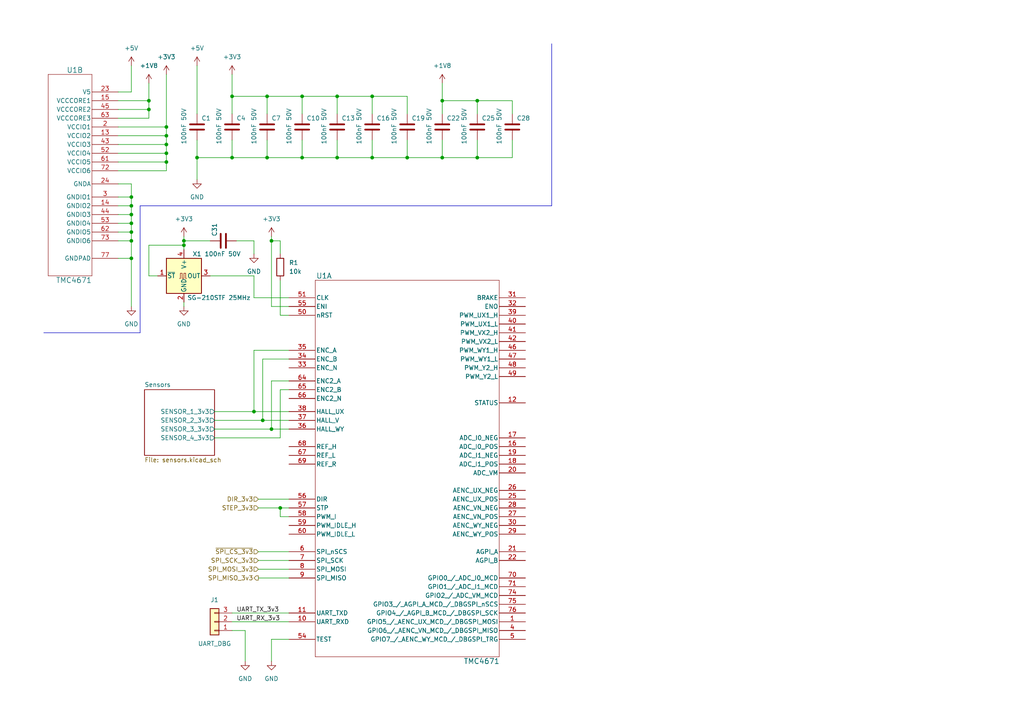
<source format=kicad_sch>
(kicad_sch (version 20230121) (generator eeschema)
  (paper "A4")
  (lib_symbols
    (symbol "Connector_Generic:Conn_01x03" (pin_names (offset 1.016) hide)
      (property "Reference" "J" (at 0 5.08 0))
      (property "Value" "Conn_01x03" (at 0 -5.08 0))
      (symbol "Conn_01x03_1_1"
        (rectangle (start -1.27 -2.413) (end 0 -2.667) (stroke (width 0.1524)))
        (rectangle (start -1.27 0.127) (end 0 -0.127) (stroke (width 0.1524)))
        (rectangle (start -1.27 2.667) (end 0 2.413) (stroke (width 0.1524)))
        (rectangle (start -1.27 3.81) (end 1.27 -3.81) (stroke (width 0.254)) (fill (type background)))
        (pin passive line (at -5.08 2.54 0) (length 3.81) (name "Pin_1") (number "1"))
        (pin passive line (at -5.08 0 0) (length 3.81) (name "Pin_2") (number "2"))
        (pin passive line (at -5.08 -2.54 0) (length 3.81) (name "Pin_3") (number "3"))
      )
    )
    (symbol "TMC4671_1" (pin_names (offset 0.254))
      (property "Reference" "U" (at -26.67 52.07 0))
      (property "Value" "TMC4671" (at 20.32 -59.69 0))
      (symbol "TMC4671_1_1_1"
        (polyline (pts (xy -27.94 -58.42) (xy 25.4 -58.42)) (stroke (width 0.127)))
        (polyline (pts (xy -27.94 50.8) (xy -27.94 -58.42)) (stroke (width 0.127)))
        (polyline (pts (xy 25.4 -58.42) (xy 25.4 50.8)) (stroke (width 0.127)))
        (polyline (pts (xy 25.4 50.8) (xy -27.94 50.8)) (stroke (width 0.127)))
        (pin bidirectional line (at 33.02 -48.26 180) (length 7.62) (name "GPIO5_/_AENC_UX_MCD_/_DBGSPI_MOSI") (number "1"))
        (pin input line (at -35.56 -48.26 0) (length 7.62) (name "UART_RXD") (number "10"))
        (pin output line (at -35.56 -45.72 0) (length 7.62) (name "UART_TXD") (number "11"))
        (pin output line (at 33.02 15.24 180) (length 7.62) (name "STATUS") (number "12"))
        (pin input line (at 33.02 2.54 180) (length 7.62) (name "ADC_I0_POS") (number "16"))
        (pin input line (at 33.02 5.08 180) (length 7.62) (name "ADC_I0_NEG") (number "17"))
        (pin input line (at 33.02 -2.54 180) (length 7.62) (name "ADC_I1_POS") (number "18"))
        (pin input line (at 33.02 0 180) (length 7.62) (name "ADC_I1_NEG") (number "19"))
        (pin input line (at 33.02 -5.08 180) (length 7.62) (name "ADC_VM") (number "20"))
        (pin input line (at 33.02 -27.94 180) (length 7.62) (name "AGPI_A") (number "21"))
        (pin input line (at 33.02 -30.48 180) (length 7.62) (name "AGPI_B") (number "22"))
        (pin input line (at 33.02 -12.7 180) (length 7.62) (name "AENC_UX_POS") (number "25"))
        (pin input line (at 33.02 -10.16 180) (length 7.62) (name "AENC_UX_NEG") (number "26"))
        (pin input line (at 33.02 -17.78 180) (length 7.62) (name "AENC_VN_POS") (number "27"))
        (pin input line (at 33.02 -15.24 180) (length 7.62) (name "AENC_VN_NEG") (number "28"))
        (pin input line (at 33.02 -22.86 180) (length 7.62) (name "AENC_WY_POS") (number "29"))
        (pin input line (at 33.02 -20.32 180) (length 7.62) (name "AENC_WY_NEG") (number "30"))
        (pin output line (at 33.02 45.72 180) (length 7.62) (name "BRAKE") (number "31"))
        (pin output line (at 33.02 43.18 180) (length 7.62) (name "ENO") (number "32"))
        (pin input line (at -35.56 25.4 0) (length 7.62) (name "ENC_N") (number "33"))
        (pin input line (at -35.56 27.94 0) (length 7.62) (name "ENC_B") (number "34"))
        (pin input line (at -35.56 30.48 0) (length 7.62) (name "ENC_A") (number "35"))
        (pin input line (at -35.56 7.62 0) (length 7.62) (name "HALL_WY") (number "36"))
        (pin input line (at -35.56 10.16 0) (length 7.62) (name "HALL_V") (number "37"))
        (pin input line (at -35.56 12.7 0) (length 7.62) (name "HALL_UX") (number "38"))
        (pin output line (at 33.02 40.64 180) (length 7.62) (name "PWM_UX1_H") (number "39"))
        (pin bidirectional line (at 33.02 -50.8 180) (length 7.62) (name "GPIO6_/_AENC_VN_MCD_/_DBGSPI_MISO") (number "4"))
        (pin output line (at 33.02 38.1 180) (length 7.62) (name "PWM_UX1_L") (number "40"))
        (pin output line (at 33.02 35.56 180) (length 7.62) (name "PWM_VX2_H") (number "41"))
        (pin output line (at 33.02 33.02 180) (length 7.62) (name "PWM_VX2_L") (number "42"))
        (pin output line (at 33.02 30.48 180) (length 7.62) (name "PWM_WY1_H") (number "46"))
        (pin output line (at 33.02 27.94 180) (length 7.62) (name "PWM_WY1_L") (number "47"))
        (pin output line (at 33.02 25.4 180) (length 7.62) (name "PWM_Y2_H") (number "48"))
        (pin output line (at 33.02 22.86 180) (length 7.62) (name "PWM_Y2_L") (number "49"))
        (pin bidirectional line (at 33.02 -53.34 180) (length 7.62) (name "GPIO7_/_AENC_WY_MCD_/_DBGSPI_TRG") (number "5"))
        (pin input line (at -35.56 40.64 0) (length 7.62) (name "nRST") (number "50"))
        (pin input line (at -35.56 45.72 0) (length 7.62) (name "CLK") (number "51"))
        (pin input line (at -35.56 -53.34 0) (length 7.62) (name "TEST") (number "54"))
        (pin input line (at -35.56 43.18 0) (length 7.62) (name "ENI") (number "55"))
        (pin input line (at -35.56 -12.7 0) (length 7.62) (name "DIR") (number "56"))
        (pin input line (at -35.56 -15.24 0) (length 7.62) (name "STP") (number "57"))
        (pin input line (at -35.56 -17.78 0) (length 7.62) (name "PWM_I") (number "58"))
        (pin input line (at -35.56 -20.32 0) (length 7.62) (name "PWM_IDLE_H") (number "59"))
        (pin input line (at -35.56 -27.94 0) (length 7.62) (name "SPI_nSCS") (number "6"))
        (pin input line (at -35.56 -22.86 0) (length 7.62) (name "PWM_IDLE_L") (number "60"))
        (pin input line (at -35.56 21.59 0) (length 7.62) (name "ENC2_A") (number "64"))
        (pin input line (at -35.56 19.05 0) (length 7.62) (name "ENC2_B") (number "65"))
        (pin input line (at -35.56 16.51 0) (length 7.62) (name "ENC2_N") (number "66"))
        (pin input line (at -35.56 0 0) (length 7.62) (name "REF_L") (number "67"))
        (pin input line (at -35.56 2.54 0) (length 7.62) (name "REF_H") (number "68"))
        (pin input line (at -35.56 -2.54 0) (length 7.62) (name "REF_R") (number "69"))
        (pin input line (at -35.56 -30.48 0) (length 7.62) (name "SPI_SCK") (number "7"))
        (pin bidirectional line (at 33.02 -35.56 180) (length 7.62) (name "GPIO0_/_ADC_I0_MCD") (number "70"))
        (pin bidirectional line (at 33.02 -38.1 180) (length 7.62) (name "GPIO1_/_ADC_I1_MCD") (number "71"))
        (pin bidirectional line (at 33.02 -40.64 180) (length 7.62) (name "GPIO2_/_ADC_VM_MCD") (number "74"))
        (pin bidirectional line (at 33.02 -43.18 180) (length 7.62) (name "GPIO3_/_AGPI_A_MCD_/_DBGSPI_nSCS") (number "75"))
        (pin bidirectional line (at 33.02 -45.72 180) (length 7.62) (name "GPIO4_/_AGPI_B_MCD_/_DBGSPI_SCK") (number "76"))
        (pin input line (at -35.56 -33.02 0) (length 7.62) (name "SPI_MOSI") (number "8"))
        (pin output line (at -35.56 -35.56 0) (length 7.62) (name "SPI_MISO") (number "9"))
      )
      (symbol "TMC4671_1_2_1"
        (polyline (pts (xy -5.08 -29.21) (xy 7.62 -29.21)) (stroke (width 0.127)))
        (polyline (pts (xy -5.08 29.21) (xy -5.08 -29.21)) (stroke (width 0.127)))
        (polyline (pts (xy 7.62 -29.21) (xy 7.62 29.21)) (stroke (width 0.127)))
        (polyline (pts (xy 7.62 29.21) (xy -5.08 29.21)) (stroke (width 0.127)))
        (pin power_in line (at -12.7 11.43 0) (length 7.62) (name "VCCIO2") (number "13"))
        (pin power_in line (at -12.7 -8.89 0) (length 7.62) (name "GNDIO2") (number "14"))
        (pin power_in line (at -12.7 21.59 0) (length 7.62) (name "VCCCORE1") (number "15"))
        (pin power_in line (at -12.7 13.97 0) (length 7.62) (name "VCCIO1") (number "2"))
        (pin power_in line (at -12.7 24.13 0) (length 7.62) (name "V5") (number "23"))
        (pin power_in line (at -12.7 -2.54 0) (length 7.62) (name "GNDA") (number "24"))
        (pin power_in line (at -12.7 -6.35 0) (length 7.62) (name "GNDIO1") (number "3"))
        (pin power_in line (at -12.7 8.89 0) (length 7.62) (name "VCCIO3") (number "43"))
        (pin power_in line (at -12.7 -11.43 0) (length 7.62) (name "GNDIO3") (number "44"))
        (pin power_in line (at -12.7 19.05 0) (length 7.62) (name "VCCCORE2") (number "45"))
        (pin power_in line (at -12.7 6.35 0) (length 7.62) (name "VCCIO4") (number "52"))
        (pin power_in line (at -12.7 -13.97 0) (length 7.62) (name "GNDIO4") (number "53"))
        (pin power_in line (at -12.7 3.81 0) (length 7.62) (name "VCCIO5") (number "61"))
        (pin power_in line (at -12.7 -16.51 0) (length 7.62) (name "GNDIO5") (number "62"))
        (pin power_in line (at -12.7 16.51 0) (length 7.62) (name "VCCCORE3") (number "63"))
        (pin power_in line (at -12.7 1.27 0) (length 7.62) (name "VCCIO6") (number "72"))
        (pin power_in line (at -12.7 -19.05 0) (length 7.62) (name "GNDIO6") (number "73"))
        (pin power_in line (at -12.7 -24.13 0) (length 7.62) (name "GNDPAD") (number "77"))
      )
    )
    (symbol "cocotter_capacitors:C_100nF_50V_0603" (pin_numbers hide) (pin_names (offset 0.254))
      (property "Reference" "C" (at 0.635 2.54 0))
      (property "Value" "100nF 50V" (at 0.635 -2.54 0))
      (symbol "C_100nF_50V_0603_0_1"
        (polyline (pts (xy -2.032 -0.762) (xy 2.032 -0.762)) (stroke (width 0.508)))
        (polyline (pts (xy -2.032 0.762) (xy 2.032 0.762)) (stroke (width 0.508)))
      )
      (symbol "C_100nF_50V_0603_1_1"
        (pin passive line (at 0 3.81 270) (length 2.794) (name "~") (number "1"))
        (pin passive line (at 0 -3.81 90) (length 2.794) (name "~") (number "2"))
      )
    )
    (symbol "cocotter_ic:SG-210STF_25.0000ML5" (pin_names (offset 0.254))
      (property "Reference" "X" (at -5.08 6.35 0))
      (property "Value" "SG-210STF 25MHz" (at 1.27 -6.35 0))
      (symbol "SG-210STF_25.0000ML5_0_1"
        (rectangle (start -5.08 5.08) (end 5.08 -5.08) (stroke (width 0.254)) (fill (type background)))
        (polyline (pts (xy -1.27 -0.762) (xy -1.016 -0.762) (xy -1.016 0.762) (xy -0.508 0.762) (xy -0.508 -0.762) (xy 0 -0.762) (xy 0 0.762) (xy 0.508 0.762) (xy 0.508 -0.762) (xy 0.762 -0.762)))
      )
      (symbol "SG-210STF_25.0000ML5_1_1"
        (pin input line (at -7.62 0 0) (length 2.54) (name "~{ST}") (number "1"))
        (pin power_in line (at 0 -7.62 90) (length 2.54) (name "GND") (number "2"))
        (pin output line (at 7.62 0 180) (length 2.54) (name "OUT") (number "3"))
        (pin power_in line (at 0 7.62 270) (length 2.54) (name "V+") (number "4"))
      )
    )
    (symbol "cocotter_ic:TMC4671" (pin_names (offset 0.254))
      (property "Reference" "U" (at -26.67 52.07 0))
      (property "Value" "TMC4671" (at 20.32 -59.69 0))
      (symbol "TMC4671_1_1"
        (polyline (pts (xy -27.94 -58.42) (xy 25.4 -58.42)) (stroke (width 0.127)))
        (polyline (pts (xy -27.94 50.8) (xy -27.94 -58.42)) (stroke (width 0.127)))
        (polyline (pts (xy 25.4 -58.42) (xy 25.4 50.8)) (stroke (width 0.127)))
        (polyline (pts (xy 25.4 50.8) (xy -27.94 50.8)) (stroke (width 0.127)))
        (pin bidirectional line (at 33.02 -48.26 180) (length 7.62) (name "GPIO5_/_AENC_UX_MCD_/_DBGSPI_MOSI") (number "1"))
        (pin input line (at -35.56 -38.1 0) (length 7.62) (name "UART_RXD") (number "10"))
        (pin output line (at 33.02 10.16 180) (length 7.62) (name "UART_TXD") (number "11"))
        (pin output line (at 33.02 15.24 180) (length 7.62) (name "STATUS") (number "12"))
        (pin input line (at 33.02 2.54 180) (length 7.62) (name "ADC_I0_POS") (number "16"))
        (pin input line (at 33.02 5.08 180) (length 7.62) (name "ADC_I0_NEG") (number "17"))
        (pin input line (at 33.02 -2.54 180) (length 7.62) (name "ADC_I1_POS") (number "18"))
        (pin input line (at 33.02 0 180) (length 7.62) (name "ADC_I1_NEG") (number "19"))
        (pin input line (at 33.02 -5.08 180) (length 7.62) (name "ADC_VM") (number "20"))
        (pin input line (at 33.02 -27.94 180) (length 7.62) (name "AGPI_A") (number "21"))
        (pin input line (at 33.02 -30.48 180) (length 7.62) (name "AGPI_B") (number "22"))
        (pin input line (at 33.02 -12.7 180) (length 7.62) (name "AENC_UX_POS") (number "25"))
        (pin input line (at 33.02 -10.16 180) (length 7.62) (name "AENC_UX_NEG") (number "26"))
        (pin input line (at 33.02 -17.78 180) (length 7.62) (name "AENC_VN_POS") (number "27"))
        (pin input line (at 33.02 -15.24 180) (length 7.62) (name "AENC_VN_NEG") (number "28"))
        (pin input line (at 33.02 -22.86 180) (length 7.62) (name "AENC_WY_POS") (number "29"))
        (pin input line (at 33.02 -20.32 180) (length 7.62) (name "AENC_WY_NEG") (number "30"))
        (pin output line (at 33.02 45.72 180) (length 7.62) (name "BRAKE") (number "31"))
        (pin output line (at 33.02 43.18 180) (length 7.62) (name "ENO") (number "32"))
        (pin input line (at -35.56 33.02 0) (length 7.62) (name "ENC_N") (number "33"))
        (pin input line (at -35.56 35.56 0) (length 7.62) (name "ENC_B") (number "34"))
        (pin input line (at -35.56 38.1 0) (length 7.62) (name "ENC_A") (number "35"))
        (pin input line (at -35.56 7.62 0) (length 7.62) (name "HALL_WY") (number "36"))
        (pin input line (at -35.56 10.16 0) (length 7.62) (name "HALL_V") (number "37"))
        (pin input line (at -35.56 12.7 0) (length 7.62) (name "HALL_UX") (number "38"))
        (pin output line (at 33.02 40.64 180) (length 7.62) (name "PWM_UX1_H") (number "39"))
        (pin bidirectional line (at 33.02 -50.8 180) (length 7.62) (name "GPIO6_/_AENC_VN_MCD_/_DBGSPI_MISO") (number "4"))
        (pin output line (at 33.02 38.1 180) (length 7.62) (name "PWM_UX1_L") (number "40"))
        (pin output line (at 33.02 35.56 180) (length 7.62) (name "PWM_VX2_H") (number "41"))
        (pin output line (at 33.02 33.02 180) (length 7.62) (name "PWM_VX2_L") (number "42"))
        (pin output line (at 33.02 30.48 180) (length 7.62) (name "PWM_WY1_H") (number "46"))
        (pin output line (at 33.02 27.94 180) (length 7.62) (name "PWM_WY1_L") (number "47"))
        (pin output line (at 33.02 25.4 180) (length 7.62) (name "PWM_Y2_H") (number "48"))
        (pin output line (at 33.02 22.86 180) (length 7.62) (name "PWM_Y2_L") (number "49"))
        (pin bidirectional line (at 33.02 -53.34 180) (length 7.62) (name "GPIO7_/_AENC_WY_MCD_/_DBGSPI_TRG") (number "5"))
        (pin input line (at -35.56 2.54 0) (length 7.62) (name "nRST") (number "50"))
        (pin input line (at -35.56 45.72 0) (length 7.62) (name "CLK") (number "51"))
        (pin input line (at -35.56 -33.02 0) (length 7.62) (name "TEST") (number "54"))
        (pin input line (at -35.56 17.78 0) (length 7.62) (name "ENI") (number "55"))
        (pin input line (at -35.56 43.18 0) (length 7.62) (name "DIR") (number "56"))
        (pin input line (at -35.56 -30.48 0) (length 7.62) (name "STP") (number "57"))
        (pin input line (at -35.56 -2.54 0) (length 7.62) (name "PWM_I") (number "58"))
        (pin input line (at -35.56 -5.08 0) (length 7.62) (name "PWM_IDLE_H") (number "59"))
        (pin input line (at -35.56 -25.4 0) (length 7.62) (name "SPI_nSCS") (number "6"))
        (pin input line (at -35.56 -7.62 0) (length 7.62) (name "PWM_IDLE_L") (number "60"))
        (pin input line (at -35.56 27.94 0) (length 7.62) (name "ENC2_A") (number "64"))
        (pin input line (at -35.56 25.4 0) (length 7.62) (name "ENC2_B") (number "65"))
        (pin input line (at -35.56 22.86 0) (length 7.62) (name "ENC2_N") (number "66"))
        (pin input line (at -35.56 -15.24 0) (length 7.62) (name "REF_L") (number "67"))
        (pin input line (at -35.56 -12.7 0) (length 7.62) (name "REF_H") (number "68"))
        (pin input line (at -35.56 -17.78 0) (length 7.62) (name "REF_R") (number "69"))
        (pin input line (at -35.56 -27.94 0) (length 7.62) (name "SPI_SCK") (number "7"))
        (pin bidirectional line (at 33.02 -35.56 180) (length 7.62) (name "GPIO0_/_ADC_I0_MCD") (number "70"))
        (pin bidirectional line (at 33.02 -38.1 180) (length 7.62) (name "GPIO1_/_ADC_I1_MCD") (number "71"))
        (pin bidirectional line (at 33.02 -40.64 180) (length 7.62) (name "GPIO2_/_ADC_VM_MCD") (number "74"))
        (pin bidirectional line (at 33.02 -43.18 180) (length 7.62) (name "GPIO3_/_AGPI_A_MCD_/_DBGSPI_nSCS") (number "75"))
        (pin bidirectional line (at 33.02 -45.72 180) (length 7.62) (name "GPIO4_/_AGPI_B_MCD_/_DBGSPI_SCK") (number "76"))
        (pin input line (at -35.56 -22.86 0) (length 7.62) (name "SPI_MOSI") (number "8"))
        (pin output line (at 33.02 17.78 180) (length 7.62) (name "SPI_MISO") (number "9"))
      )
      (symbol "TMC4671_2_1"
        (polyline (pts (xy -5.08 -29.21) (xy 7.62 -29.21)) (stroke (width 0.127)))
        (polyline (pts (xy -5.08 29.21) (xy -5.08 -29.21)) (stroke (width 0.127)))
        (polyline (pts (xy 7.62 -29.21) (xy 7.62 29.21)) (stroke (width 0.127)))
        (polyline (pts (xy 7.62 29.21) (xy -5.08 29.21)) (stroke (width 0.127)))
        (pin power_in line (at -12.7 11.43 0) (length 7.62) (name "VCCIO2") (number "13"))
        (pin power_in line (at -12.7 -8.89 0) (length 7.62) (name "GNDIO2") (number "14"))
        (pin power_in line (at -12.7 21.59 0) (length 7.62) (name "VCCCORE1") (number "15"))
        (pin power_in line (at -12.7 13.97 0) (length 7.62) (name "VCCIO1") (number "2"))
        (pin power_in line (at -12.7 24.13 0) (length 7.62) (name "V5") (number "23"))
        (pin power_in line (at -12.7 -2.54 0) (length 7.62) (name "GNDA") (number "24"))
        (pin power_in line (at -12.7 -6.35 0) (length 7.62) (name "GNDIO1") (number "3"))
        (pin power_in line (at -12.7 8.89 0) (length 7.62) (name "VCCIO3") (number "43"))
        (pin power_in line (at -12.7 -11.43 0) (length 7.62) (name "GNDIO3") (number "44"))
        (pin power_in line (at -12.7 19.05 0) (length 7.62) (name "VCCCORE2") (number "45"))
        (pin power_in line (at -12.7 6.35 0) (length 7.62) (name "VCCIO4") (number "52"))
        (pin power_in line (at -12.7 -13.97 0) (length 7.62) (name "GNDIO4") (number "53"))
        (pin power_in line (at -12.7 3.81 0) (length 7.62) (name "VCCIO5") (number "61"))
        (pin power_in line (at -12.7 -16.51 0) (length 7.62) (name "GNDIO5") (number "62"))
        (pin power_in line (at -12.7 16.51 0) (length 7.62) (name "VCCCORE3") (number "63"))
        (pin power_in line (at -12.7 1.27 0) (length 7.62) (name "VCCIO6") (number "72"))
        (pin power_in line (at -12.7 -19.05 0) (length 7.62) (name "GNDIO6") (number "73"))
        (pin power_in line (at -12.7 -24.13 0) (length 7.62) (name "GNDPAD") (number "77"))
      )
    )
    (symbol "cocotter_resistors:R_10k_0603_1%" (pin_numbers hide) (pin_names (offset 0))
      (property "Reference" "R" (at 1.27 1.27 0))
      (property "Value" "10k" (at 3.81 -1.27 0))
      (symbol "R_10k_0603_1%_0_1"
        (rectangle (start -1.016 -2.54) (end 1.016 2.54) (stroke (width 0.254)))
      )
      (symbol "R_10k_0603_1%_1_1"
        (pin passive line (at 0 3.81 270) (length 1.27) (name "~") (number "1"))
        (pin passive line (at 0 -3.81 90) (length 1.27) (name "~") (number "2"))
      )
    )
    (symbol "power:+1V8" (power) (pin_names (offset 0))
      (property "Value" "+1V8" (at 0 3.556 0))
      (symbol "+1V8_0_1"
        (polyline (pts (xy -0.762 1.27) (xy 0 2.54)))
        (polyline (pts (xy 0 0) (xy 0 2.54)))
        (polyline (pts (xy 0 2.54) (xy 0.762 1.27)))
      )
      (symbol "+1V8_1_1"
        (pin power_in line (at 0 0 90) (length 0) hide (name "+1V8") (number "1"))
      )
    )
    (symbol "power:+3V3" (power) (pin_names (offset 0))
      (property "Value" "+3V3" (at 0 3.556 0))
      (symbol "+3V3_0_1"
        (polyline (pts (xy -0.762 1.27) (xy 0 2.54)))
        (polyline (pts (xy 0 0) (xy 0 2.54)))
        (polyline (pts (xy 0 2.54) (xy 0.762 1.27)))
      )
      (symbol "+3V3_1_1"
        (pin power_in line (at 0 0 90) (length 0) hide (name "+3V3") (number "1"))
      )
    )
    (symbol "power:+5V" (power) (pin_names (offset 0))
      (property "Value" "+5V" (at 0 3.556 0))
      (symbol "+5V_0_1"
        (polyline (pts (xy -0.762 1.27) (xy 0 2.54)))
        (polyline (pts (xy 0 0) (xy 0 2.54)))
        (polyline (pts (xy 0 2.54) (xy 0.762 1.27)))
      )
      (symbol "+5V_1_1"
        (pin power_in line (at 0 0 90) (length 0) hide (name "+5V") (number "1"))
      )
    )
    (symbol "power:GND" (power) (pin_names (offset 0))
      (property "Value" "GND" (at 0 -3.81 0))
      (symbol "GND_0_1"
        (polyline (pts (xy 0 0) (xy 0 -1.27) (xy 1.27 -1.27) (xy 0 -2.54) (xy -1.27 -1.27) (xy 0 -1.27)))
      )
      (symbol "GND_1_1"
        (pin power_in line (at 0 0 270) (length 0) hide (name "GND") (number "1"))
      )
    )
  )
  (junction (at 43.18 29.21))
  (junction (at 97.79 45.72))
  (junction (at 48.26 39.37))
  (junction (at 67.31 45.72))
  (junction (at 53.34 69.85))
  (junction (at 38.1 64.77))
  (junction (at 76.2 121.92))
  (junction (at 107.95 27.94))
  (junction (at 128.27 45.72))
  (junction (at 57.15 45.72))
  (junction (at 38.1 69.85))
  (junction (at 38.1 62.23))
  (junction (at 48.26 41.91))
  (junction (at 38.1 59.69))
  (junction (at 87.63 45.72))
  (junction (at 138.43 45.72))
  (junction (at 77.47 45.72))
  (junction (at 107.95 45.72))
  (junction (at 53.34 71.12))
  (junction (at 43.18 31.75))
  (junction (at 77.47 27.94))
  (junction (at 67.31 27.94))
  (junction (at 48.26 44.45))
  (junction (at 38.1 74.93))
  (junction (at 78.74 69.85))
  (junction (at 138.43 29.21))
  (junction (at 48.26 36.83))
  (junction (at 73.66 119.38))
  (junction (at 97.79 27.94))
  (junction (at 87.63 27.94))
  (junction (at 128.27 29.21))
  (junction (at 118.11 45.72))
  (junction (at 78.74 124.46))
  (junction (at 38.1 67.31))
  (junction (at 81.28 147.32))
  (junction (at 48.26 46.99))
  (junction (at 38.1 57.15))
  (wire (pts (xy 67.31 27.94) (xy 77.47 27.94)))
  (wire (pts (xy 78.74 88.9) (xy 78.74 69.85)))
  (polyline (pts (xy 40.64 59.69) (xy 160.02 59.69)))
  (wire (pts (xy 128.27 29.21) (xy 138.43 29.21)))
  (wire (pts (xy 78.74 69.85) (xy 78.74 68.58)))
  (wire (pts (xy 77.47 27.94) (xy 77.47 33.02)))
  (wire (pts (xy 38.1 74.93) (xy 38.1 88.9)))
  (wire (pts (xy 81.28 127) (xy 81.28 113.03)))
  (wire (pts (xy 71.12 182.88) (xy 67.31 182.88)))
  (wire (pts (xy 83.82 91.44) (xy 81.28 91.44)))
  (wire (pts (xy 57.15 40.64) (xy 57.15 45.72)))
  (wire (pts (xy 74.93 165.1) (xy 83.82 165.1)))
  (wire (pts (xy 87.63 27.94) (xy 97.79 27.94)))
  (wire (pts (xy 107.95 45.72) (xy 118.11 45.72)))
  (wire (pts (xy 43.18 24.13) (xy 43.18 29.21)))
  (wire (pts (xy 83.82 88.9) (xy 78.74 88.9)))
  (wire (pts (xy 74.93 147.32) (xy 81.28 147.32)))
  (wire (pts (xy 81.28 113.03) (xy 83.82 113.03)))
  (wire (pts (xy 77.47 40.64) (xy 77.47 45.72)))
  (wire (pts (xy 81.28 149.86) (xy 81.28 147.32)))
  (wire (pts (xy 43.18 31.75) (xy 43.18 34.29)))
  (wire (pts (xy 128.27 45.72) (xy 138.43 45.72)))
  (wire (pts (xy 74.93 162.56) (xy 83.82 162.56)))
  (wire (pts (xy 53.34 71.12) (xy 53.34 72.39)))
  (wire (pts (xy 148.59 45.72) (xy 148.59 40.64)))
  (wire (pts (xy 48.26 46.99) (xy 48.26 44.45)))
  (wire (pts (xy 138.43 29.21) (xy 138.43 33.02)))
  (wire (pts (xy 73.66 80.01) (xy 73.66 86.36)))
  (wire (pts (xy 62.23 124.46) (xy 78.74 124.46)))
  (wire (pts (xy 73.66 119.38) (xy 83.82 119.38)))
  (polyline (pts (xy 160.02 12.7) (xy 160.02 59.69)))
  (wire (pts (xy 38.1 26.67) (xy 34.29 26.67)))
  (wire (pts (xy 38.1 62.23) (xy 38.1 59.69)))
  (wire (pts (xy 53.34 69.85) (xy 60.96 69.85)))
  (wire (pts (xy 107.95 27.94) (xy 118.11 27.94)))
  (wire (pts (xy 73.66 86.36) (xy 83.82 86.36)))
  (wire (pts (xy 38.1 19.05) (xy 38.1 26.67)))
  (wire (pts (xy 34.29 64.77) (xy 38.1 64.77)))
  (wire (pts (xy 76.2 121.92) (xy 76.2 104.14)))
  (wire (pts (xy 83.82 149.86) (xy 81.28 149.86)))
  (wire (pts (xy 118.11 40.64) (xy 118.11 45.72)))
  (wire (pts (xy 62.23 119.38) (xy 73.66 119.38)))
  (wire (pts (xy 48.26 44.45) (xy 48.26 41.91)))
  (wire (pts (xy 128.27 24.13) (xy 128.27 29.21)))
  (wire (pts (xy 34.29 59.69) (xy 38.1 59.69)))
  (wire (pts (xy 48.26 41.91) (xy 48.26 39.37)))
  (wire (pts (xy 74.93 160.02) (xy 83.82 160.02)))
  (wire (pts (xy 38.1 69.85) (xy 38.1 67.31)))
  (wire (pts (xy 62.23 121.92) (xy 76.2 121.92)))
  (wire (pts (xy 128.27 40.64) (xy 128.27 45.72)))
  (wire (pts (xy 118.11 45.72) (xy 128.27 45.72)))
  (wire (pts (xy 34.29 46.99) (xy 48.26 46.99)))
  (polyline (pts (xy 12.7 96.52) (xy 40.64 96.52)))
  (wire (pts (xy 67.31 27.94) (xy 67.31 33.02)))
  (wire (pts (xy 34.29 57.15) (xy 38.1 57.15)))
  (wire (pts (xy 118.11 27.94) (xy 118.11 33.02)))
  (wire (pts (xy 48.26 36.83) (xy 34.29 36.83)))
  (wire (pts (xy 81.28 81.28) (xy 81.28 91.44)))
  (wire (pts (xy 97.79 40.64) (xy 97.79 45.72)))
  (wire (pts (xy 97.79 27.94) (xy 107.95 27.94)))
  (wire (pts (xy 57.15 45.72) (xy 67.31 45.72)))
  (wire (pts (xy 34.29 39.37) (xy 48.26 39.37)))
  (wire (pts (xy 138.43 45.72) (xy 148.59 45.72)))
  (wire (pts (xy 34.29 31.75) (xy 43.18 31.75)))
  (wire (pts (xy 77.47 27.94) (xy 87.63 27.94)))
  (wire (pts (xy 34.29 74.93) (xy 38.1 74.93)))
  (wire (pts (xy 107.95 40.64) (xy 107.95 45.72)))
  (wire (pts (xy 87.63 45.72) (xy 97.79 45.72)))
  (wire (pts (xy 53.34 87.63) (xy 53.34 88.9)))
  (wire (pts (xy 38.1 74.93) (xy 38.1 69.85)))
  (wire (pts (xy 34.29 44.45) (xy 48.26 44.45)))
  (wire (pts (xy 68.58 69.85) (xy 73.66 69.85)))
  (wire (pts (xy 34.29 62.23) (xy 38.1 62.23)))
  (wire (pts (xy 67.31 177.8) (xy 83.82 177.8)))
  (wire (pts (xy 128.27 29.21) (xy 128.27 33.02)))
  (wire (pts (xy 76.2 121.92) (xy 83.82 121.92)))
  (wire (pts (xy 53.34 69.85) (xy 53.34 71.12)))
  (wire (pts (xy 57.15 45.72) (xy 57.15 52.07)))
  (wire (pts (xy 107.95 27.94) (xy 107.95 33.02)))
  (wire (pts (xy 34.29 69.85) (xy 38.1 69.85)))
  (wire (pts (xy 77.47 45.72) (xy 87.63 45.72)))
  (wire (pts (xy 43.18 34.29) (xy 34.29 34.29)))
  (wire (pts (xy 53.34 68.58) (xy 53.34 69.85)))
  (wire (pts (xy 74.93 144.78) (xy 83.82 144.78)))
  (wire (pts (xy 78.74 191.77) (xy 78.74 185.42)))
  (wire (pts (xy 78.74 110.49) (xy 83.82 110.49)))
  (wire (pts (xy 78.74 185.42) (xy 83.82 185.42)))
  (wire (pts (xy 97.79 27.94) (xy 97.79 33.02)))
  (wire (pts (xy 67.31 180.34) (xy 83.82 180.34)))
  (wire (pts (xy 148.59 29.21) (xy 148.59 33.02)))
  (wire (pts (xy 43.18 80.01) (xy 43.18 71.12)))
  (wire (pts (xy 48.26 49.53) (xy 48.26 46.99)))
  (wire (pts (xy 97.79 45.72) (xy 107.95 45.72)))
  (wire (pts (xy 73.66 69.85) (xy 73.66 73.66)))
  (wire (pts (xy 73.66 119.38) (xy 73.66 101.6)))
  (wire (pts (xy 62.23 127) (xy 81.28 127)))
  (wire (pts (xy 48.26 39.37) (xy 48.26 36.83)))
  (wire (pts (xy 38.1 53.34) (xy 34.29 53.34)))
  (wire (pts (xy 48.26 21.59) (xy 48.26 36.83)))
  (wire (pts (xy 45.72 80.01) (xy 43.18 80.01)))
  (wire (pts (xy 34.29 41.91) (xy 48.26 41.91)))
  (wire (pts (xy 38.1 57.15) (xy 38.1 53.34)))
  (wire (pts (xy 81.28 73.66) (xy 81.28 69.85)))
  (wire (pts (xy 67.31 21.59) (xy 67.31 27.94)))
  (wire (pts (xy 43.18 29.21) (xy 43.18 31.75)))
  (wire (pts (xy 34.29 67.31) (xy 38.1 67.31)))
  (polyline (pts (xy 40.64 96.52) (xy 40.64 59.69)))
  (wire (pts (xy 67.31 45.72) (xy 77.47 45.72)))
  (wire (pts (xy 67.31 40.64) (xy 67.31 45.72)))
  (wire (pts (xy 138.43 29.21) (xy 148.59 29.21)))
  (wire (pts (xy 76.2 104.14) (xy 83.82 104.14)))
  (wire (pts (xy 34.29 49.53) (xy 48.26 49.53)))
  (wire (pts (xy 71.12 191.77) (xy 71.12 182.88)))
  (wire (pts (xy 34.29 29.21) (xy 43.18 29.21)))
  (wire (pts (xy 60.96 80.01) (xy 73.66 80.01)))
  (wire (pts (xy 138.43 40.64) (xy 138.43 45.72)))
  (wire (pts (xy 74.93 167.64) (xy 83.82 167.64)))
  (wire (pts (xy 73.66 101.6) (xy 83.82 101.6)))
  (wire (pts (xy 81.28 69.85) (xy 78.74 69.85)))
  (wire (pts (xy 38.1 64.77) (xy 38.1 62.23)))
  (wire (pts (xy 38.1 67.31) (xy 38.1 64.77)))
  (wire (pts (xy 81.28 147.32) (xy 83.82 147.32)))
  (wire (pts (xy 57.15 19.05) (xy 57.15 33.02)))
  (wire (pts (xy 43.18 71.12) (xy 53.34 71.12)))
  (wire (pts (xy 87.63 27.94) (xy 87.63 33.02)))
  (wire (pts (xy 87.63 40.64) (xy 87.63 45.72)))
  (wire (pts (xy 78.74 124.46) (xy 83.82 124.46)))
  (wire (pts (xy 78.74 124.46) (xy 78.74 110.49)))
  (wire (pts (xy 38.1 59.69) (xy 38.1 57.15)))
  (label "UART_RX_3v3" (at 68.58 180.34 0))
  (label "UART_TX_3v3" (at 68.58 177.8 0))
  (hierarchical_label "SPI_SCK_3v3" (shape input) (at 74.93 162.56 180))
  (hierarchical_label "SPI_MISO_3v3" (shape output) (at 74.93 167.64 180))
  (hierarchical_label "~{SPI_CS_3v3}" (shape input) (at 74.93 160.02 180))
  (hierarchical_label "SPI_MOSI_3v3" (shape input) (at 74.93 165.1 180))
  (hierarchical_label "DIR_3v3" (shape input) (at 74.93 144.78 180))
  (hierarchical_label "STEP_3v3" (shape input) (at 74.93 147.32 180))
  (symbol (lib_id "power:+1V8") (at 43.18 24.13 0) (unit 1)
    (property "Reference" "#PWR07" (effects hide))
    (property "Value" "+1V8" (at 43.18 19.05 0))
    (instances (project "asserv_2023" (path "" (reference "#PWR07") (unit 1)) (path "" (reference "#PWR08") (unit 1)) (path "" (reference "#PWR09") (unit 1))))
  )
  (symbol (lib_id "cocotter_capacitors:C_100nF_50V_0603") (at 97.79 36.83 0) (unit 1)
    (property "Reference" "C13" (at 99.06 34.29 0) (effects (justify left)))
    (property "Value" "100nF 50V" (at 93.98 41.91 90) (effects (justify left)))
    (property "Specification" "100nF 50V X7R 0603 " (effects hide))
    (instances (project "asserv_2023" (path "" (reference "C13") (unit 1)) (path "" (reference "C14") (unit 1)) (path "" (reference "C15") (unit 1))))
  )
  (symbol (lib_id "power:+3V3") (at 67.31 21.59 0) (unit 1)
    (property "Reference" "#PWR016" (effects hide))
    (property "Value" "+3V3" (at 67.31 16.51 0))
    (instances (project "asserv_2023" (path "" (reference "#PWR016") (unit 1)) (path "" (reference "#PWR017") (unit 1)) (path "" (reference "#PWR018") (unit 1))))
  )
  (symbol (lib_name "TMC4671_1") (lib_id "cocotter_ic:TMC4671") (at 119.38 132.08 0) (unit 1)
    (property "Reference" "U1" (at 93.98 80.01 0) (effects (font (size 1.524 1.524))))
    (property "Value" "TMC4671" (at 139.7 191.77 0) (effects (font (size 1.524 1.524))))
    (property "Footprint" "QFN76_11P5X6P5_TRI" (effects hide))
    (property "Datasheet" "https://www.trinamic.com/fileadmin/assets/Products/ICs_Documents/TMC4671-LA_datasheet_rev2.08.pdf" (effects hide))
    (instances (project "asserv_2023" (path "" (reference "U1") (unit 1)) (path "" (reference "U2") (unit 1)) (path "" (reference "U3") (unit 1))))
  )
  (symbol (lib_id "cocotter_ic:TMC4671") (at 21.59 50.8 0) (mirror y) (unit 2)
    (property "Reference" "U1" (at 24.13 20.32 0) (effects (font (size 1.524 1.524)) (justify left)))
    (property "Value" "TMC4671" (at 26.67 81.28 0) (effects (font (size 1.524 1.524)) (justify left)))
    (property "Footprint" "QFN76_11P5X6P5_TRI" (effects hide))
    (property "Datasheet" "TMC4671" (effects hide))
    (instances (project "asserv_2023" (path "" (reference "U1") (unit 2)) (path "" (reference "U2") (unit 2)) (path "" (reference "U3") (unit 2))))
  )
  (symbol (lib_id "power:GND") (at 73.66 73.66 0) (unit 1)
    (property "Reference" "#PWR037" (effects hide))
    (property "Value" "GND" (at 73.66 78.74 0))
    (instances (project "asserv_2023" (path "" (reference "#PWR037") (unit 1)) (path "" (reference "#PWR038") (unit 1)) (path "" (reference "#PWR039") (unit 1))))
  )
  (symbol (lib_id "power:GND") (at 78.74 191.77 0) (unit 1)
    (property "Reference" "#PWR025" (effects hide))
    (property "Value" "GND" (at 78.74 196.85 0))
    (instances (project "asserv_2023" (path "" (reference "#PWR025") (unit 1)) (path "" (reference "#PWR026") (unit 1)) (path "" (reference "#PWR027") (unit 1))))
  )
  (symbol (lib_id "power:GND") (at 71.12 191.77 0) (unit 1)
    (property "Reference" "#PWR028" (effects hide))
    (property "Value" "GND" (at 71.12 196.85 0))
    (instances (project "asserv_2023" (path "" (reference "#PWR028") (unit 1)) (path "" (reference "#PWR029") (unit 1)) (path "" (reference "#PWR030") (unit 1))))
  )
  (symbol (lib_id "power:+3V3") (at 53.34 68.58 0) (unit 1)
    (property "Reference" "#PWR031" (effects hide))
    (property "Value" "+3V3" (at 53.34 63.5 0))
    (instances (project "asserv_2023" (path "" (reference "#PWR031") (unit 1)) (path "" (reference "#PWR032") (unit 1)) (path "" (reference "#PWR033") (unit 1))))
  )
  (symbol (lib_id "cocotter_ic:SG-210STF_25.0000ML5") (at 53.34 80.01 0) (unit 1)
    (property "Reference" "X1" (at 57.15 73.66 0))
    (property "Value" "SG-210STF 25MHz" (at 63.5 86.36 0))
    (property "Datasheet" "https://www.mouser.fr/datasheet/2/137/SG_210STF_en-1003240.pdf" (effects hide))
    (instances (project "asserv_2023" (path "" (reference "X1") (unit 1)) (path "" (reference "X2") (unit 1)) (path "" (reference "X3") (unit 1))))
  )
  (symbol (lib_id "Connector_Generic:Conn_01x03") (at 62.23 180.34 180) (unit 1)
    (property "Reference" "J1" (at 62.23 173.99 0))
    (property "Value" "UART_DBG" (at 62.23 186.69 0))
    (instances (project "asserv_2023" (path "" (reference "J1") (unit 1)) (path "" (reference "J2") (unit 1)) (path "" (reference "J3") (unit 1))))
  )
  (symbol (lib_id "power:+5V") (at 57.15 19.05 0) (unit 1)
    (property "Reference" "#PWR013" (effects hide))
    (property "Value" "+5V" (at 57.15 13.97 0))
    (instances (project "asserv_2023" (path "" (reference "#PWR013") (unit 1)) (path "" (reference "#PWR014") (unit 1)) (path "" (reference "#PWR015") (unit 1))))
  )
  (symbol (lib_id "power:+1V8") (at 128.27 24.13 0) (unit 1)
    (property "Reference" "#PWR019" (effects hide))
    (property "Value" "+1V8" (at 128.27 19.05 0))
    (instances (project "asserv_2023" (path "" (reference "#PWR019") (unit 1)) (path "" (reference "#PWR020") (unit 1)) (path "" (reference "#PWR021") (unit 1))))
  )
  (symbol (lib_id "cocotter_capacitors:C_100nF_50V_0603") (at 148.59 36.83 0) (unit 1)
    (property "Reference" "C28" (at 149.86 34.29 0) (effects (justify left)))
    (property "Value" "100nF 50V" (at 144.78 41.91 90) (effects (justify left)))
    (property "Specification" "100nF 50V X7R 0603 " (effects hide))
    (instances (project "asserv_2023" (path "" (reference "C28") (unit 1)) (path "" (reference "C29") (unit 1)) (path "" (reference "C30") (unit 1))))
  )
  (symbol (lib_id "cocotter_capacitors:C_100nF_50V_0603") (at 64.77 69.85 90) (unit 1)
    (property "Reference" "C31" (at 62.23 68.58 0) (effects (justify left)))
    (property "Value" "100nF 50V" (at 69.85 73.66 90) (effects (justify left)))
    (property "Specification" "100nF 50V X7R 0603 " (effects hide))
    (instances (project "asserv_2023" (path "" (reference "C31") (unit 1)) (path "" (reference "C32") (unit 1)) (path "" (reference "C33") (unit 1))))
  )
  (symbol (lib_id "cocotter_capacitors:C_100nF_50V_0603") (at 77.47 36.83 0) (unit 1)
    (property "Reference" "C7" (at 78.74 34.29 0) (effects (justify left)))
    (property "Value" "100nF 50V" (at 73.66 41.91 90) (effects (justify left)))
    (property "Specification" "100nF 50V X7R 0603 " (effects hide))
    (instances (project "asserv_2023" (path "" (reference "C7") (unit 1)) (path "" (reference "C8") (unit 1)) (path "" (reference "C9") (unit 1))))
  )
  (symbol (lib_id "cocotter_capacitors:C_100nF_50V_0603") (at 128.27 36.83 0) (unit 1)
    (property "Reference" "C22" (at 129.54 34.29 0) (effects (justify left)))
    (property "Value" "100nF 50V" (at 124.46 41.91 90) (effects (justify left)))
    (property "Specification" "100nF 50V X7R 0603 " (effects hide))
    (instances (project "asserv_2023" (path "" (reference "C22") (unit 1)) (path "" (reference "C23") (unit 1)) (path "" (reference "C24") (unit 1))))
  )
  (symbol (lib_id "cocotter_capacitors:C_100nF_50V_0603") (at 107.95 36.83 0) (unit 1)
    (property "Reference" "C16" (at 109.22 34.29 0) (effects (justify left)))
    (property "Value" "100nF 50V" (at 104.14 41.91 90) (effects (justify left)))
    (property "Specification" "100nF 50V X7R 0603 " (effects hide))
    (instances (project "asserv_2023" (path "" (reference "C16") (unit 1)) (path "" (reference "C17") (unit 1)) (path "" (reference "C18") (unit 1))))
  )
  (symbol (lib_id "power:+5V") (at 38.1 19.05 0) (unit 1)
    (property "Reference" "#PWR04" (effects hide))
    (property "Value" "+5V" (at 38.1 13.97 0))
    (instances (project "asserv_2023" (path "" (reference "#PWR04") (unit 1)) (path "" (reference "#PWR05") (unit 1)) (path "" (reference "#PWR06") (unit 1))))
  )
  (symbol (lib_id "power:+3V3") (at 48.26 21.59 0) (unit 1)
    (property "Reference" "#PWR010" (effects hide))
    (property "Value" "+3V3" (at 48.26 16.51 0))
    (instances (project "asserv_2023" (path "" (reference "#PWR010") (unit 1)) (path "" (reference "#PWR011") (unit 1)) (path "" (reference "#PWR012") (unit 1))))
  )
  (symbol (lib_id "power:GND") (at 38.1 88.9 0) (unit 1)
    (property "Reference" "#PWR01" (effects hide))
    (property "Value" "GND" (at 38.1 93.98 0))
    (instances (project "asserv_2023" (path "" (reference "#PWR01") (unit 1)) (path "" (reference "#PWR02") (unit 1)) (path "" (reference "#PWR03") (unit 1))))
  )
  (symbol (lib_id "power:GND") (at 53.34 88.9 0) (unit 1)
    (property "Reference" "#PWR034" (effects hide))
    (property "Value" "GND" (at 53.34 93.98 0))
    (instances (project "asserv_2023" (path "" (reference "#PWR034") (unit 1)) (path "" (reference "#PWR035") (unit 1)) (path "" (reference "#PWR036") (unit 1))))
  )
  (symbol (lib_id "cocotter_capacitors:C_100nF_50V_0603") (at 87.63 36.83 0) (unit 1)
    (property "Reference" "C10" (at 88.9 34.29 0) (effects (justify left)))
    (property "Value" "100nF 50V" (at 83.82 41.91 90) (effects (justify left)))
    (property "Specification" "100nF 50V X7R 0603 " (effects hide))
    (instances (project "asserv_2023" (path "" (reference "C10") (unit 1)) (path "" (reference "C11") (unit 1)) (path "" (reference "C12") (unit 1))))
  )
  (symbol (lib_id "cocotter_capacitors:C_100nF_50V_0603") (at 67.31 36.83 0) (unit 1)
    (property "Reference" "C4" (at 68.58 34.29 0) (effects (justify left)))
    (property "Value" "100nF 50V" (at 63.5 41.91 90) (effects (justify left)))
    (property "Specification" "100nF 50V X7R 0603 " (effects hide))
    (instances (project "asserv_2023" (path "" (reference "C4") (unit 1)) (path "" (reference "C5") (unit 1)) (path "" (reference "C6") (unit 1))))
  )
  (symbol (lib_id "cocotter_capacitors:C_100nF_50V_0603") (at 57.15 36.83 0) (unit 1)
    (property "Reference" "C1" (at 58.42 34.29 0) (effects (justify left)))
    (property "Value" "100nF 50V" (at 53.34 41.91 90) (effects (justify left)))
    (property "Specification" "100nF 50V X7R 0603 " (effects hide))
    (instances (project "asserv_2023" (path "" (reference "C1") (unit 1)) (path "" (reference "C2") (unit 1)) (path "" (reference "C3") (unit 1))))
  )
  (symbol (lib_id "power:GND") (at 57.15 52.07 0) (unit 1)
    (property "Reference" "#PWR022" (effects hide))
    (property "Value" "GND" (at 57.15 57.15 0))
    (instances (project "asserv_2023" (path "" (reference "#PWR022") (unit 1)) (path "" (reference "#PWR023") (unit 1)) (path "" (reference "#PWR024") (unit 1))))
  )
  (symbol (lib_id "cocotter_resistors:R_10k_0603_1%") (at 81.28 77.47 0) (unit 1)
    (property "Reference" "R1" (at 83.82 76.2 0) (effects (justify left)))
    (property "Value" "10k" (at 83.82 78.74 0) (effects (justify left)))
    (property "Footprint" "cocotter_resistor:r0603_reflow" (effects hide))
    (property "Specification" "10k 0603 1% 100mW" (effects hide))
    (property "mouser" "603-RC0603FR-10100KL" (effects hide))
    (instances (project "asserv_2023" (path "" (reference "R1") (unit 1)) (path "" (reference "R2") (unit 1)) (path "" (reference "R3") (unit 1))))
  )
  (symbol (lib_id "cocotter_capacitors:C_100nF_50V_0603") (at 138.43 36.83 0) (unit 1)
    (property "Reference" "C25" (at 139.7 34.29 0) (effects (justify left)))
    (property "Value" "100nF 50V" (at 134.62 41.91 90) (effects (justify left)))
    (property "Specification" "100nF 50V X7R 0603 " (effects hide))
    (instances (project "asserv_2023" (path "" (reference "C25") (unit 1)) (path "" (reference "C26") (unit 1)) (path "" (reference "C27") (unit 1))))
  )
  (symbol (lib_id "cocotter_capacitors:C_100nF_50V_0603") (at 118.11 36.83 0) (unit 1)
    (property "Reference" "C19" (at 119.38 34.29 0) (effects (justify left)))
    (property "Value" "100nF 50V" (at 114.3 41.91 90) (effects (justify left)))
    (property "Specification" "100nF 50V X7R 0603 " (effects hide))
    (instances (project "asserv_2023" (path "" (reference "C19") (unit 1)) (path "" (reference "C20") (unit 1)) (path "" (reference "C21") (unit 1))))
  )
  (symbol (lib_id "power:+3V3") (at 78.74 68.58 0) (unit 1)
    (property "Reference" "#PWR040" (effects hide))
    (property "Value" "+3V3" (at 78.74 63.5 0))
    (instances (project "asserv_2023" (path "" (reference "#PWR040") (unit 1)) (path "" (reference "#PWR041") (unit 1)) (path "" (reference "#PWR042") (unit 1))))
  )
  (sheet (at 41.91 113.03) (size 20.32 19.05) (stroke (width 0.1524))
    (property "Sheetname" "Sensors" (at 41.91 112.3184 0) (effects (justify left bottom)))
    (property "Sheetfile" "sensors.kicad_sch" (at 41.91 132.6646 0) (effects (justify left top)))
    (pin "SENSOR_3_3v3" output (at 62.23 124.46 0))
    (pin "SENSOR_1_3v3" output (at 62.23 119.38 0))
    (pin "SENSOR_2_3v3" output (at 62.23 121.92 0))
    (pin "SENSOR_4_3v3" output (at 62.23 127 0))
  )
)
</source>
